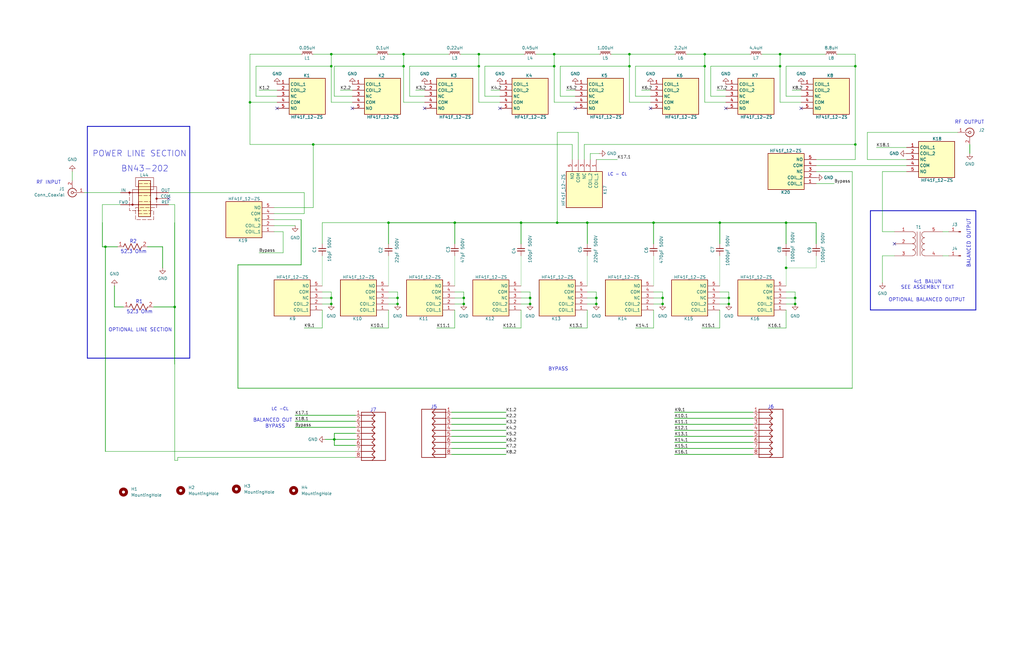
<source format=kicad_sch>
(kicad_sch (version 20250114) (generator "eeschema") (generator_version "9.0")
  (paper "B")
  (title_block (title "K9HZ 100W AUTO TUNER RF BOARD") (date "2026-01-28") (rev "2.0") (company "COPYRIGHT 2026 WJ Schmidt") (comment 1 "Designed by WJ Schmidt - K9HZ") (comment 2 "Kicad Schematic Capture and PCB Optimization JWilson - KC7VLO"))
  (text "RF INPUT" (at 15.24 76.2 0) (effects (font (size 1.48 1.48)) (justify left top)))
  (text "J6" (at 326.39 172.72 0) (effects (font (size 1.48 1.48)) (justify right bottom)))
  (text "LC - CL" (at 260.35 73.66 0) (effects (font (size 1.27 1.27))))
  (text "LC -CL" (at 118.11 172.72 0) (effects (font (size 1.27 1.27))))
  (text "BYPASS" (at 231.14 154.94 0) (effects (font (size 1.48 1.48)) (justify left top)))
  (text "BN43-202" (at 71.12 69.85 0) (effects (font (size 2.467 2.467)) (justify right top)))
  (text "52.3 Ohm" (at 50.8 105.41 0) (effects (font (size 1.48 1.48)) (justify left top)))
  (text "BALANCED OUT" (at 106.68 176.53 0) (effects (font (size 1.48 1.48)) (justify left top)))
  (text "BALANCED OUTPUT" (at 407.67 113.03 90) (effects (font (size 1.48 1.48)) (justify left top)))
  (text "OPTIONAL LINE SECTION" (at 45.72 138.43 0) (effects (font (size 1.48 1.48)) (justify left top)))
  (text "4:1 BALUN\nSEE ASSEMBLY TEXT" (at 391.16 118.11 0) (effects (font (size 1.48 1.48)) (justify top)))
  (text "POWER LINE SECTION" (at 78.74 63.5 0) (effects (font (size 2.467 2.467)) (justify right top)))
  (text "J7" (at 158.75 173.99 0) (effects (font (size 1.48 1.48)) (justify right bottom)))
  (text "BYPASS" (at 111.76 179.07 0) (effects (font (size 1.48 1.48)) (justify left top)))
  (text "R1" (at 57.15 128.27 0) (effects (font (size 1.48 1.48)) (justify left bottom)))
  (text "52.3 Ohm" (at 53.34 130.81 0) (effects (font (size 1.48 1.48)) (justify left top)))
  (text "R2" (at 54.61 102.87 0) (effects (font (size 1.48 1.48)) (justify left bottom)))
  (text "J5" (at 181.61 172.72 0) (effects (font (size 1.48 1.48)) (justify left bottom)))
  (text "RF OUTPUT" (at 402.59 50.8 0) (effects (font (size 1.48 1.48)) (justify left top)))
  (text "OPTIONAL BALANCED OUTPUT" (at 374.65 125.73 0) (effects (font (size 1.48 1.48)) (justify left top)))
  (junction (at 360.68 60.96))
  (junction (at 279.4 128.27))
  (junction (at 303.53 93.98))
  (junction (at 73.66 129.54))
  (junction (at 140.97 185.42))
  (junction (at 44.45 104.14))
  (junction (at 328.93 22.86))
  (junction (at 331.47 93.98))
  (junction (at 223.52 125.73))
  (junction (at 328.93 27.94))
  (junction (at 219.71 93.98))
  (junction (at 297.18 27.94))
  (junction (at 139.7 128.27))
  (junction (at 167.64 128.27))
  (junction (at 195.58 128.27))
  (junction (at 297.18 22.86))
  (junction (at 201.93 22.86))
  (junction (at 195.58 125.73))
  (junction (at 132.08 60.96))
  (junction (at 331.47 113.03))
  (junction (at 233.68 27.94))
  (junction (at 251.46 125.73))
  (junction (at 139.7 125.73))
  (junction (at 167.64 125.73))
  (junction (at 335.28 128.27))
  (junction (at 201.93 27.94))
  (junction (at 279.4 125.73))
  (junction (at 360.68 27.94))
  (junction (at 234.95 93.98))
  (junction (at 139.7 22.86))
  (junction (at 223.52 128.27))
  (junction (at 247.65 93.98))
  (junction (at 307.34 125.73))
  (junction (at 251.46 128.27))
  (junction (at 191.77 93.98))
  (junction (at 265.43 27.94))
  (junction (at 275.59 93.98))
  (junction (at 163.83 93.98))
  (junction (at 233.68 22.86))
  (junction (at 139.7 27.94))
  (junction (at 170.18 22.86))
  (junction (at 105.41 43.18))
  (junction (at 265.43 22.86))
  (junction (at 307.34 128.27))
  (junction (at 170.18 27.94))
  (junction (at 335.28 125.73))
  (no_connect (at 274.32 45.72))
  (no_connect (at 306.07 45.72))
  (no_connect (at 148.59 45.72))
  (no_connect (at 116.84 45.72))
  (no_connect (at 377.19 102.87))
  (no_connect (at 242.57 45.72))
  (no_connect (at 71.12 83.82))
  (no_connect (at 337.82 45.72))
  (no_connect (at 210.82 45.72))
  (no_connect (at 179.07 45.72))
  (wire (pts (xy 49.53 104.14) (xy 44.45 104.14)) (stroke (width 0.25)))
  (wire (pts (xy 328.93 27.94) (xy 328.93 43.18)))
  (wire (pts (xy 190.5 191.77) (xy 213.36 191.77)) (stroke (width 0.25)))
  (wire (pts (xy 132.08 60.96) (xy 241.3 60.96)))
  (wire (pts (xy 124.46 175.26) (xy 149.86 175.26)) (stroke (width 0.25)))
  (wire (pts (xy 135.89 123.19) (xy 139.7 123.19)))
  (polyline (pts (xy 411.48 130.81) (xy 367.03 130.81)) (stroke (width 0.333) (type solid)))
  (wire (pts (xy 163.83 130.81) (xy 163.83 138.43)))
  (wire (pts (xy 238.76 38.1) (xy 242.57 38.1)))
  (wire (pts (xy 331.47 130.81) (xy 331.47 138.43)))
  (wire (pts (xy 252.73 64.77) (xy 248.92 64.77)))
  (wire (pts (xy 107.95 40.64) (xy 116.84 40.64)))
  (wire (pts (xy 303.53 107.95) (xy 303.53 120.65)) (stroke (width 0.0127)))
  (wire (pts (xy 306.07 43.18) (xy 297.18 43.18)))
  (wire (pts (xy 135.89 102.87) (xy 135.89 93.98)))
  (wire (pts (xy 163.83 22.86) (xy 170.18 22.86)))
  (wire (pts (xy 360.68 27.94) (xy 360.68 60.96)))
  (polyline (pts (xy 411.48 88.9) (xy 411.48 130.81)) (stroke (width 0.333) (type solid)))
  (wire (pts (xy 191.77 128.27) (xy 195.58 128.27)))
  (wire (pts (xy 140.97 185.42) (xy 137.16 185.42)) (stroke (width 0.25)))
  (wire (pts (xy 307.34 125.73) (xy 307.34 128.27)))
  (wire (pts (xy 207.01 38.1) (xy 210.82 38.1)))
  (wire (pts (xy 190.5 186.69) (xy 213.36 186.69)) (stroke (width 0.25)))
  (wire (pts (xy 191.77 125.73) (xy 195.58 125.73)))
  (polyline (pts (xy 367.03 130.81) (xy 367.03 88.9)) (stroke (width 0.333) (type solid)))
  (wire (pts (xy 68.58 113.03) (xy 68.58 104.14)) (stroke (width 0.25)))
  (wire (pts (xy 251.46 123.19) (xy 251.46 125.73)))
  (wire (pts (xy 303.53 130.81) (xy 303.53 138.43)))
  (wire (pts (xy 303.53 102.87) (xy 303.53 93.98)) (stroke (width 0.25)))
  (wire (pts (xy 64.77 129.54) (xy 73.66 129.54)) (stroke (width 0.25)))
  (wire (pts (xy 275.59 123.19) (xy 279.4 123.19)))
  (wire (pts (xy 257.81 22.86) (xy 265.43 22.86)))
  (wire (pts (xy 344.17 69.85) (xy 382.27 69.85)))
  (wire (pts (xy 365.76 55.88) (xy 365.76 67.31)))
  (wire (pts (xy 331.47 113.03) (xy 331.47 120.65)) (stroke (width 0.0127)))
  (wire (pts (xy 247.65 130.81) (xy 247.65 138.43)))
  (wire (pts (xy 170.18 22.86) (xy 170.18 27.94)))
  (wire (pts (xy 344.17 102.87) (xy 344.17 93.98)) (stroke (width 0.25)))
  (wire (pts (xy 284.48 186.69) (xy 317.5 186.69)) (stroke (width 0.25)))
  (polyline (pts (xy 36.83 53.34) (xy 80.01 53.34)) (stroke (width 0.333) (type solid)))
  (wire (pts (xy 243.84 67.31) (xy 243.84 55.88)))
  (wire (pts (xy 191.77 93.98) (xy 163.83 93.98)) (stroke (width 0.25)))
  (wire (pts (xy 139.7 27.94) (xy 139.7 43.18)))
  (wire (pts (xy 191.77 130.81) (xy 191.77 138.43)))
  (wire (pts (xy 48.26 129.54) (xy 52.07 129.54)) (stroke (width 0.25)))
  (wire (pts (xy 242.57 40.64) (xy 236.22 40.64)))
  (wire (pts (xy 219.71 93.98) (xy 234.95 93.98)) (stroke (width 0.25)))
  (wire (pts (xy 135.89 128.27) (xy 139.7 128.27)))
  (wire (pts (xy 71.12 86.36) (xy 73.66 86.36)))
  (wire (pts (xy 223.52 123.19) (xy 223.52 125.73)))
  (wire (pts (xy 212.09 138.43) (xy 219.71 138.43)))
  (wire (pts (xy 179.07 40.64) (xy 172.72 40.64)))
  (wire (pts (xy 233.68 22.86) (xy 252.73 22.86)))
  (wire (pts (xy 344.17 113.03) (xy 331.47 113.03)) (stroke (width 0.0127)))
  (wire (pts (xy 295.91 138.43) (xy 303.53 138.43)))
  (wire (pts (xy 190.5 173.99) (xy 213.36 173.99)) (stroke (width 0.25)))
  (wire (pts (xy 210.82 43.18) (xy 201.93 43.18)))
  (wire (pts (xy 105.41 60.96) (xy 132.08 60.96)))
  (polyline (pts (xy 80.01 151.13) (xy 36.83 151.13)) (stroke (width 0.333) (type solid)))
  (wire (pts (xy 163.83 123.19) (xy 167.64 123.19)))
  (wire (pts (xy 219.71 125.73) (xy 223.52 125.73)))
  (wire (pts (xy 191.77 123.19) (xy 195.58 123.19)))
  (wire (pts (xy 149.86 185.42) (xy 140.97 185.42)) (stroke (width 0.25)))
  (wire (pts (xy 344.17 67.31) (xy 360.68 67.31)))
  (wire (pts (xy 297.18 22.86) (xy 297.18 27.94)))
  (wire (pts (xy 139.7 125.73) (xy 139.7 128.27)))
  (wire (pts (xy 128.27 81.28) (xy 128.27 90.17)))
  (wire (pts (xy 44.45 104.14) (xy 43.18 104.14)) (stroke (width 0.25)))
  (wire (pts (xy 331.47 128.27) (xy 335.28 128.27)))
  (wire (pts (xy 132.08 60.96) (xy 132.08 87.63)))
  (wire (pts (xy 48.26 120.65) (xy 48.26 129.54)) (stroke (width 0.25)))
  (wire (pts (xy 163.83 125.73) (xy 167.64 125.73)))
  (wire (pts (xy 43.18 93.98) (xy 43.18 104.14)) (stroke (width 0.25)))
  (wire (pts (xy 303.53 123.19) (xy 307.34 123.19)))
  (wire (pts (xy 275.59 125.73) (xy 279.4 125.73)))
  (wire (pts (xy 195.58 125.73) (xy 195.58 128.27)))
  (wire (pts (xy 242.57 43.18) (xy 233.68 43.18)))
  (wire (pts (xy 243.84 55.88) (xy 234.95 55.88)))
  (wire (pts (xy 377.19 107.95) (xy 372.11 107.95)))
  (wire (pts (xy 100.33 163.83) (xy 100.33 111.76)) (stroke (width 0.25)))
  (wire (pts (xy 297.18 22.86) (xy 316.23 22.86)))
  (wire (pts (xy 275.59 107.95) (xy 275.59 120.65)) (stroke (width 0.0127)))
  (wire (pts (xy 184.15 138.43) (xy 191.77 138.43)))
  (wire (pts (xy 190.5 179.07) (xy 213.36 179.07)) (stroke (width 0.25)))
  (wire (pts (xy 236.22 27.94) (xy 265.43 27.94)))
  (wire (pts (xy 274.32 40.64) (xy 267.97 40.64)))
  (wire (pts (xy 128.27 138.43) (xy 135.89 138.43)))
  (wire (pts (xy 105.41 43.18) (xy 105.41 22.86)))
  (wire (pts (xy 284.48 189.23) (xy 317.5 189.23)) (stroke (width 0.25)))
  (wire (pts (xy 289.56 22.86) (xy 297.18 22.86)))
  (wire (pts (xy 331.47 27.94) (xy 360.68 27.94)))
  (polyline (pts (xy 36.83 151.13) (xy 36.83 53.34)) (stroke (width 0.333) (type solid)))
  (wire (pts (xy 127 111.76) (xy 127 92.71)) (stroke (width 0.25)))
  (wire (pts (xy 275.59 130.81) (xy 275.59 138.43)))
  (wire (pts (xy 116.84 43.18) (xy 105.41 43.18)))
  (wire (pts (xy 246.38 60.96) (xy 360.68 60.96)))
  (wire (pts (xy 156.21 138.43) (xy 163.83 138.43)))
  (wire (pts (xy 219.71 93.98) (xy 191.77 93.98)) (stroke (width 0.25)))
  (wire (pts (xy 219.71 107.95) (xy 219.71 120.65)) (stroke (width 0.0127)))
  (wire (pts (xy 73.66 129.54) (xy 73.66 153.67)) (stroke (width 0.25)))
  (wire (pts (xy 219.71 128.27) (xy 223.52 128.27)))
  (wire (pts (xy 267.97 27.94) (xy 267.97 40.64)))
  (wire (pts (xy 274.32 43.18) (xy 265.43 43.18)))
  (wire (pts (xy 359.41 72.39) (xy 359.41 163.83)))
  (wire (pts (xy 201.93 27.94) (xy 201.93 43.18)))
  (wire (pts (xy 251.46 67.31) (xy 260.35 67.31)))
  (wire (pts (xy 124.46 180.34) (xy 149.86 180.34)) (stroke (width 0.25)))
  (wire (pts (xy 201.93 22.86) (xy 201.93 27.94)))
  (wire (pts (xy 369.57 62.23) (xy 382.27 62.23)))
  (wire (pts (xy 191.77 102.87) (xy 191.77 93.98)) (stroke (width 0.25)))
  (wire (pts (xy 233.68 27.94) (xy 233.68 43.18)))
  (wire (pts (xy 124.46 177.8) (xy 149.86 177.8)) (stroke (width 0.25)))
  (wire (pts (xy 251.46 125.73) (xy 251.46 128.27)))
  (wire (pts (xy 71.12 81.28) (xy 128.27 81.28)))
  (wire (pts (xy 241.3 67.31) (xy 241.3 60.96)))
  (wire (pts (xy 190.5 189.23) (xy 213.36 189.23)) (stroke (width 0.25)))
  (wire (pts (xy 265.43 27.94) (xy 265.43 43.18)))
  (wire (pts (xy 128.27 90.17) (xy 115.57 90.17)))
  (wire (pts (xy 115.57 97.79) (xy 119.38 97.79)))
  (wire (pts (xy 140.97 40.64) (xy 140.97 27.94)))
  (wire (pts (xy 408.94 64.77) (xy 408.94 60.96)) (stroke (width 0.25)))
  (wire (pts (xy 219.71 102.87) (xy 219.71 93.98)) (stroke (width 0.25)))
  (wire (pts (xy 299.72 27.94) (xy 299.72 40.64)))
  (wire (pts (xy 344.17 107.95) (xy 344.17 113.03)) (stroke (width 0.0127)))
  (wire (pts (xy 204.47 27.94) (xy 204.47 40.64)))
  (wire (pts (xy 226.06 22.86) (xy 233.68 22.86)))
  (wire (pts (xy 334.01 38.1) (xy 337.82 38.1)))
  (wire (pts (xy 246.38 67.31) (xy 246.38 60.96)))
  (wire (pts (xy 195.58 123.19) (xy 195.58 125.73)))
  (wire (pts (xy 321.31 22.86) (xy 328.93 22.86)))
  (wire (pts (xy 50.8 86.36) (xy 43.18 86.36)))
  (wire (pts (xy 172.72 27.94) (xy 201.93 27.94)))
  (wire (pts (xy 148.59 43.18) (xy 139.7 43.18)))
  (wire (pts (xy 149.86 182.88) (xy 140.97 182.88)) (stroke (width 0.25)))
  (wire (pts (xy 170.18 27.94) (xy 170.18 43.18)))
  (wire (pts (xy 302.26 38.1) (xy 306.07 38.1)))
  (wire (pts (xy 163.83 107.95) (xy 163.83 120.65)) (stroke (width 0.0127)))
  (wire (pts (xy 284.48 184.15) (xy 317.5 184.15)) (stroke (width 0.25)))
  (wire (pts (xy 219.71 130.81) (xy 219.71 138.43)))
  (wire (pts (xy 279.4 125.73) (xy 279.4 128.27)))
  (wire (pts (xy 105.41 43.18) (xy 105.41 60.96)))
  (wire (pts (xy 148.59 40.64) (xy 140.97 40.64)))
  (wire (pts (xy 247.65 107.95) (xy 247.65 120.65)) (stroke (width 0.0127)))
  (wire (pts (xy 119.38 97.79) (xy 119.38 106.68)))
  (wire (pts (xy 372.11 97.79) (xy 372.11 72.39)))
  (wire (pts (xy 234.95 93.98) (xy 247.65 93.98)))
  (wire (pts (xy 303.53 93.98) (xy 275.59 93.98)) (stroke (width 0.25)))
  (wire (pts (xy 139.7 22.86) (xy 158.75 22.86)))
  (wire (pts (xy 105.41 22.86) (xy 127 22.86)))
  (wire (pts (xy 132.08 87.63) (xy 115.57 87.63)))
  (wire (pts (xy 167.64 125.73) (xy 167.64 128.27)))
  (wire (pts (xy 403.86 55.88) (xy 365.76 55.88)))
  (wire (pts (xy 284.48 179.07) (xy 317.5 179.07)) (stroke (width 0.25)))
  (wire (pts (xy 234.95 93.98) (xy 247.65 93.98)) (stroke (width 0.25)))
  (wire (pts (xy 247.65 125.73) (xy 251.46 125.73)))
  (wire (pts (xy 284.48 173.99) (xy 317.5 173.99)) (stroke (width 0.25)))
  (wire (pts (xy 175.26 38.1) (xy 179.07 38.1)))
  (wire (pts (xy 30.48 72.39) (xy 30.48 76.2)))
  (wire (pts (xy 170.18 22.86) (xy 189.23 22.86)))
  (wire (pts (xy 68.58 104.14) (xy 62.23 104.14)) (stroke (width 0.25)))
  (wire (pts (xy 265.43 22.86) (xy 265.43 27.94)))
  (wire (pts (xy 219.71 123.19) (xy 223.52 123.19)))
  (wire (pts (xy 179.07 43.18) (xy 170.18 43.18)))
  (wire (pts (xy 365.76 67.31) (xy 382.27 67.31)))
  (wire (pts (xy 139.7 22.86) (xy 139.7 27.94)))
  (wire (pts (xy 331.47 123.19) (xy 335.28 123.19)))
  (wire (pts (xy 299.72 27.94) (xy 328.93 27.94)))
  (wire (pts (xy 267.97 27.94) (xy 297.18 27.94)))
  (wire (pts (xy 107.95 40.64) (xy 107.95 27.94)))
  (wire (pts (xy 135.89 107.95) (xy 135.89 120.65)) (stroke (width 0.0013)))
  (wire (pts (xy 107.95 27.94) (xy 139.7 27.94)))
  (wire (pts (xy 44.45 190.5) (xy 149.86 190.5)))
  (wire (pts (xy 139.7 123.19) (xy 139.7 125.73)))
  (wire (pts (xy 331.47 107.95) (xy 331.47 113.03)) (stroke (width 0.0127)))
  (wire (pts (xy 247.65 128.27) (xy 251.46 128.27)))
  (wire (pts (xy 191.77 107.95) (xy 191.77 120.65)) (stroke (width 0.0127)))
  (wire (pts (xy 307.34 123.19) (xy 307.34 125.73)))
  (wire (pts (xy 236.22 27.94) (xy 236.22 40.64)))
  (wire (pts (xy 344.17 93.98) (xy 331.47 93.98)) (stroke (width 0.25)))
  (wire (pts (xy 328.93 22.86) (xy 347.98 22.86)))
  (wire (pts (xy 135.89 125.73) (xy 139.7 125.73)))
  (wire (pts (xy 115.57 92.71) (xy 127 92.71)))
  (wire (pts (xy 372.11 72.39) (xy 382.27 72.39)))
  (wire (pts (xy 344.17 72.39) (xy 359.41 72.39)))
  (wire (pts (xy 140.97 182.88) (xy 140.97 185.42)) (stroke (width 0.25)))
  (wire (pts (xy 163.83 128.27) (xy 167.64 128.27)))
  (wire (pts (xy 331.47 102.87) (xy 331.47 93.98)) (stroke (width 0.25)))
  (wire (pts (xy 204.47 27.94) (xy 233.68 27.94)))
  (wire (pts (xy 109.22 106.68) (xy 119.38 106.68)))
  (wire (pts (xy 331.47 93.98) (xy 303.53 93.98)) (stroke (width 0.25)))
  (wire (pts (xy 74.93 194.31) (xy 73.66 194.31)))
  (wire (pts (xy 43.18 86.36) (xy 43.18 93.98)))
  (wire (pts (xy 323.85 138.43) (xy 331.47 138.43)))
  (polyline (pts (xy 80.01 53.34) (xy 80.01 151.13)) (stroke (width 0.333) (type solid)))
  (wire (pts (xy 109.22 38.1) (xy 116.84 38.1)))
  (wire (pts (xy 163.83 102.87) (xy 163.83 93.98)) (stroke (width 0.25)))
  (wire (pts (xy 335.28 123.19) (xy 335.28 125.73)))
  (wire (pts (xy 140.97 27.94) (xy 170.18 27.94)))
  (wire (pts (xy 210.82 40.64) (xy 204.47 40.64)))
  (wire (pts (xy 247.65 93.98) (xy 275.59 93.98)) (stroke (width 0.25)))
  (wire (pts (xy 240.03 138.43) (xy 247.65 138.43)))
  (wire (pts (xy 190.5 181.61) (xy 213.36 181.61)) (stroke (width 0.25)))
  (wire (pts (xy 149.86 187.96) (xy 140.97 187.96)) (stroke (width 0.25)))
  (wire (pts (xy 306.07 40.64) (xy 299.72 40.64)))
  (wire (pts (xy 223.52 125.73) (xy 223.52 128.27)))
  (wire (pts (xy 360.68 60.96) (xy 360.68 67.31)))
  (wire (pts (xy 35.56 81.28) (xy 50.8 81.28)))
  (wire (pts (xy 372.11 107.95) (xy 372.11 119.38)))
  (wire (pts (xy 190.5 176.53) (xy 213.36 176.53)) (stroke (width 0.25)))
  (wire (pts (xy 73.66 93.98) (xy 73.66 129.54)) (stroke (width 0.25)))
  (wire (pts (xy 73.66 194.31) (xy 73.66 153.67)))
  (wire (pts (xy 149.86 193.04) (xy 74.93 193.04)))
  (wire (pts (xy 234.95 55.88) (xy 234.95 93.98)))
  (wire (pts (xy 73.66 86.36) (xy 73.66 93.98)))
  (wire (pts (xy 44.45 104.14) (xy 44.45 190.5)) (stroke (width 0.25)))
  (wire (pts (xy 279.4 123.19) (xy 279.4 125.73)))
  (wire (pts (xy 331.47 125.73) (xy 335.28 125.73)))
  (wire (pts (xy 337.82 40.64) (xy 331.47 40.64)))
  (wire (pts (xy 143.51 38.1) (xy 148.59 38.1)))
  (wire (pts (xy 303.53 128.27) (xy 307.34 128.27)))
  (wire (pts (xy 377.19 97.79) (xy 372.11 97.79)))
  (polyline (pts (xy 367.03 88.9) (xy 411.48 88.9)) (stroke (width 0.333) (type solid)))
  (wire (pts (xy 172.72 27.94) (xy 172.72 40.64)))
  (wire (pts (xy 248.92 64.77) (xy 248.92 67.31)))
  (wire (pts (xy 360.68 22.86) (xy 360.68 27.94)))
  (wire (pts (xy 100.33 111.76) (xy 127 111.76)) (stroke (width 0.25)))
  (wire (pts (xy 140.97 187.96) (xy 140.97 185.42)) (stroke (width 0.25)))
  (wire (pts (xy 132.08 22.86) (xy 139.7 22.86)))
  (wire (pts (xy 247.65 123.19) (xy 251.46 123.19)))
  (wire (pts (xy 270.51 38.1) (xy 274.32 38.1)))
  (wire (pts (xy 353.06 22.86) (xy 360.68 22.86)))
  (wire (pts (xy 284.48 181.61) (xy 317.5 181.61)) (stroke (width 0.25)))
  (wire (pts (xy 284.48 191.77) (xy 317.5 191.77)) (stroke (width 0.25)))
  (wire (pts (xy 135.89 93.98) (xy 163.83 93.98)))
  (wire (pts (xy 201.93 22.86) (xy 220.98 22.86)))
  (wire (pts (xy 344.17 77.47) (xy 351.79 77.47)))
  (wire (pts (xy 284.48 176.53) (xy 317.5 176.53)) (stroke (width 0.25)))
  (wire (pts (xy 328.93 22.86) (xy 328.93 27.94)))
  (wire (pts (xy 331.47 40.64) (xy 331.47 27.94)))
  (wire (pts (xy 115.57 95.25) (xy 124.46 95.25)))
  (wire (pts (xy 397.51 97.79) (xy 400.05 97.79)))
  (wire (pts (xy 337.82 43.18) (xy 328.93 43.18)))
  (wire (pts (xy 267.97 138.43) (xy 275.59 138.43)))
  (wire (pts (xy 275.59 128.27) (xy 279.4 128.27)))
  (wire (pts (xy 233.68 22.86) (xy 233.68 27.94)))
  (wire (pts (xy 297.18 27.94) (xy 297.18 43.18)))
  (wire (pts (xy 335.28 125.73) (xy 335.28 128.27)))
  (wire (pts (xy 194.31 22.86) (xy 201.93 22.86)))
  (wire (pts (xy 247.65 102.87) (xy 247.65 93.98)) (stroke (width 0.25)))
  (wire (pts (xy 397.51 107.95) (xy 400.05 107.95)))
  (wire (pts (xy 167.64 123.19) (xy 167.64 125.73)))
  (wire (pts (xy 275.59 102.87) (xy 275.59 93.98)) (stroke (width 0.25)))
  (wire (pts (xy 265.43 22.86) (xy 284.48 22.86)))
  (wire (pts (xy 74.93 194.31) (xy 74.93 193.04)))
  (wire (pts (xy 190.5 184.15) (xy 213.36 184.15)) (stroke (width 0.25)))
  (wire (pts (xy 303.53 125.73) (xy 307.34 125.73)))
  (wire (pts (xy 135.89 130.81) (xy 135.89 138.43)))
  (wire (pts (xy 100.33 163.83) (xy 359.41 163.83)) (stroke (width 0.25)))
  (label "K3.2" (at 175.26 38.1 0))
  (label "K18.1" (at 369.57 62.23 0))
  (label "Bypass" (at 351.79 77.47 0))
  (label "K16.1" (at 284.48 191.77 0))
  (label "K9.1" (at 284.48 173.99 0))
  (label "K2.2" (at 213.36 176.53 0))
  (label "K1.2" (at 213.36 173.99 0))
  (label "K14.1" (at 267.97 138.43 0))
  (label "K17.1" (at 124.46 175.26 0))
  (label "K17.1" (at 260.35 67.31 0))
  (label "Bypass" (at 109.22 106.68 0))
  (label "K8.2" (at 213.36 191.77 0))
  (label "K14.1" (at 284.48 186.69 0))
  (label "K15.1" (at 284.48 189.23 0))
  (label "K16.1" (at 323.85 138.43 0))
  (label "K13.1" (at 240.03 138.43 0))
  (label "K7.2" (at 213.36 189.23 0))
  (label "K2.2" (at 143.51 38.1 0))
  (label "K4.2" (at 213.36 181.61 0))
  (label "K4.2" (at 207.01 38.1 0))
  (label "K18.1" (at 124.46 177.8 0))
  (label "K8.2" (at 334.01 38.1 0))
  (label "K7.2" (at 302.26 38.1 0))
  (label "K9.1" (at 128.27 138.43 0))
  (label "K1.2" (at 109.22 38.1 0))
  (label "K11.1" (at 284.48 179.07 0))
  (label "Bypass" (at 124.46 180.34 0))
  (label "K12.1" (at 284.48 181.61 0))
  (label "K15.1" (at 295.91 138.43 0))
  (label "K13.1" (at 284.48 184.15 0))
  (label "K11.1" (at 184.15 138.43 0))
  (label "K10.1" (at 284.48 176.53 0))
  (label "K12.1" (at 212.09 138.43 0))
  (label "K6.2" (at 213.36 186.69 0))
  (label "K10.1" (at 156.21 138.43 0))
  (label "K5.2" (at 213.36 184.15 0))
  (label "K3.2" (at 213.36 179.07 0))
  (label "K6.2" (at 270.51 38.1 0))
  (label "K5.2" (at 238.76 38.1 0))
  (symbol (lib_id "power:GND") (at 382.27 64.77 270) (unit 1)
    (property "Reference" "#PWR021" (effects (hide yes)))
    (property "Value" "GND" (at 379.095 64.7699 90) (effects (justify right)))
    (property "Description" "Power symbol creates a global label with name \"GND\" , ground" (effects (hide yes)))
  )
  (symbol (lib_id "Device:C_Small") (at 331.47 105.41 0) (unit 1)
    (property "Reference" "C8" (at 328.676 106.68 90) (effects (justify left)))
    (property "Value" "1000pF 500V" (at 334.264 110.744 90) (effects (justify left)))
    (property "Footprint" "Capacitor_SMD:C_2220_5750Metric_Pad1.97x5.40mm_HandSolder" (effects (hide yes)))
    (property "Description" "Unpolarized capacitor, small symbol" (effects (hide yes)))
  )
  (symbol (lib_id "HF41F_12-ZS:HF41F_12-ZS") (at 210.82 35.56 0) (unit 1)
    (property "Reference" "K4" (at 221.742 31.877 0) (effects (justify left)))
    (property "Value" "HF41F_12-ZS" (at 216.916 49.403 0) (effects (justify left)))
    (property "Footprint" "LIB_HF41F_12-ZS:HF41F12ZS" (effects (hide yes)))
    (property "Datasheet" "https://www.arrow.com/en/products/hf41f12-zs/hongfa-europe-gmbh" (effects (hide yes)))
    (property "Description" "Submin. Power Relay SPDT 6A 12V 848R" (effects (hide yes)))
    (property "Height" "15" (effects (hide yes)))
    (property "Manufacturer_Name" "Hongfa" (effects (hide yes)))
    (property "Manufacturer_Part_Number" "HF41F/12-ZS" (effects (hide yes)))
  )
  (symbol (lib_id "power:GND") (at 335.28 128.27 0) (unit 1)
    (property "Reference" "#PWR020" (effects (hide yes)))
    (property "Value" "GND" (at 335.28 133.35 0))
    (property "Description" "Power symbol creates a global label with name \"GND\" , ground" (effects (hide yes)))
  )
  (symbol (lib_id "Connector:Conn_Coaxial") (at 408.94 55.88 0) (unit 1)
    (property "Reference" "J2" (at 412.75 54.9031 0) (effects (justify left)))
    (property "Value" "Conn_Coaxial" (effects (hide yes)))
    (property "Footprint" "Connector_Coaxial:SMA_Amphenol_901-144_Vertical" (effects (hide yes)))
    (property "Description" "coaxial connector (BNC, SMA, SMB, SMC, Cinch/RCA, LEMO, ...)" (effects (hide yes)))
  )
  (symbol (lib_id "power:GND") (at 167.64 128.27 0) (unit 1)
    (property "Reference" "#PWR014" (effects (hide yes)))
    (property "Value" "GND" (at 167.64 133.35 0))
    (property "Description" "Power symbol creates a global label with name \"GND\" , ground" (effects (hide yes)))
  )
  (symbol (lib_id "K9HZ_RF_Board-eagle-import:1986717-8") (at 182.88 182.88 0) (unit 1)
    (property "Reference" "J5" (effects (hide yes)))
    (property "Value" "1986717-8" (effects (hide yes)))
    (property "Footprint" "Connector_PinSocket_2.54mm:PinSocket_1x08_P2.54mm_Vertical" (effects (hide yes)))
  )
  (symbol (lib_id "power:GND") (at 68.58 113.03 0) (unit 1)
    (property "Reference" "#PWR027" (effects (hide yes)))
    (property "Value" "GND" (at 68.58 117.475 0))
    (property "Description" "Power symbol creates a global label with name \"GND\" , ground" (effects (hide yes)))
  )
  (symbol (lib_id "power:GND") (at 408.94 64.77 0) (unit 1)
    (property "Reference" "#PWR025" (effects (hide yes)))
    (property "Value" "GND" (at 408.94 69.215 0))
    (property "Description" "Power symbol creates a global label with name \"GND\" , ground" (effects (hide yes)))
  )
  (symbol (lib_id "HF41F_12-ZS:HF41F_12-ZS") (at 191.77 130.81 180) (unit 1)
    (property "Reference" "K11" (at 180.594 134.493 0) (effects (justify left)))
    (property "Value" "HF41F_12-ZS" (at 185.928 116.967 0) (effects (justify left)))
    (property "Footprint" "LIB_HF41F_12-ZS:HF41F12ZS" (effects (hide yes)))
    (property "Datasheet" "https://www.arrow.com/en/products/hf41f12-zs/hongfa-europe-gmbh" (effects (hide yes)))
    (property "Description" "Submin. Power Relay SPDT 6A 12V 848R" (effects (hide yes)))
    (property "Height" "15" (effects (hide yes)))
    (property "Manufacturer_Name" "Hongfa" (effects (hide yes)))
    (property "Manufacturer_Part_Number" "HF41F/12-ZS" (effects (hide yes)))
  )
  (symbol (lib_id "power:GND") (at 179.07 35.56 180) (unit 1)
    (property "Reference" "#PWR03" (effects (hide yes)))
    (property "Value" "GND" (at 179.07 31.115 0))
    (property "Description" "Power symbol creates a global label with name \"GND\" , ground" (effects (hide yes)))
  )
  (symbol (lib_id "K9HZ_RF_Board-eagle-import:RES_1206") (at 58.42 129.54 0) (unit 1)
    (property "Reference" "R1" (effects (hide yes)))
    (property "Value" "52.3 Ohm" (effects (hide yes)))
    (property "Footprint" "Resistor_SMD:R_1206_3216Metric_Pad1.30x1.75mm_HandSolder" (effects (hide yes)))
  )
  (symbol (lib_id "Mechanical:MountingHole") (at 76.2 207.01 0) (unit 1) (in_bom no)
    (property "Reference" "H2" (at 79.375 205.7399 0) (effects (justify left)))
    (property "Value" "MountingHole" (at 79.375 208.2799 0) (effects (justify left)))
    (property "Footprint" "MountingHole:MountingHole_3.2mm_M3" (effects (hide yes)))
    (property "Description" "Mounting Hole without connection" (effects (hide yes)))
  )
  (symbol (lib_id "Device:L_Iron_Small") (at 223.52 22.86 90) (unit 1)
    (property "Reference" "L4" (at 223.52 24.511 90))
    (property "Value" "0.45uH" (at 223.52 20.193 90))
    (property "Footprint" "Inductor_THT:L_Toroid_Vertical_L17.8mm_W8.1mm_P7.62mm_Bourns_5700" (effects (hide yes)))
    (property "Description" "Inductor with iron core, small symbol" (effects (hide yes)))
  )
  (symbol (lib_id "Device:L_Iron_Small") (at 350.52 22.86 90) (unit 1)
    (property "Reference" "L8" (at 350.52 24.511 90))
    (property "Value" "8.8uH" (at 350.52 20.193 90))
    (property "Footprint" "Coils:DoubleCoil" (effects (hide yes)))
    (property "Description" "Inductor with iron core, small symbol" (effects (hide yes)))
  )
  (symbol (lib_id "Device:C_Small") (at 344.17 105.41 0) (unit 1)
    (property "Reference" "C9" (at 341.376 106.934 90) (effects (justify left)))
    (property "Value" "1000pF 500V" (at 346.964 110.998 90) (effects (justify left)))
    (property "Footprint" "Capacitor_SMD:C_2220_5750Metric_Pad1.97x5.40mm_HandSolder" (effects (hide yes)))
    (property "Description" "Unpolarized capacitor, small symbol" (effects (hide yes)))
  )
  (symbol (lib_id "Connector:Conn_Coaxial") (at 30.48 81.28 180) (unit 1)
    (property "Reference" "J1" (at 27.305 79.7167 0) (effects (justify left)))
    (property "Value" "Conn_Coaxial" (at 27.305 82.2567 0) (effects (justify left)))
    (property "Footprint" "Connector_Coaxial:SMA_Amphenol_901-144_Vertical" (effects (hide yes)))
    (property "Description" "coaxial connector (BNC, SMA, SMB, SMC, Cinch/RCA, LEMO, ...)" (effects (hide yes)))
  )
  (symbol (lib_id "K9HZ_RF_Board-eagle-import:1986717-8_8") (at 157.48 184.15 0) (unit 1)
    (property "Reference" "J7" (effects (hide yes)))
    (property "Value" "1986717-8_8" (effects (hide yes)))
    (property "Footprint" "Connector_PinSocket_2.54mm:PinSocket_1x08_P2.54mm_Vertical" (effects (hide yes)))
  )
  (symbol (lib_id "Device:C_Small") (at 275.59 105.41 0) (unit 1)
    (property "Reference" "C6" (at 272.542 106.934 90) (effects (justify left)))
    (property "Value" "470pF 500V" (at 278.892 111.252 90) (effects (justify left)))
    (property "Footprint" "Capacitor_SMD:C_1812_4532Metric_Pad1.57x3.40mm_HandSolder" (effects (hide yes)))
    (property "Description" "Unpolarized capacitor, small symbol" (effects (hide yes)))
  )
  (symbol (lib_id "Mechanical:MountingHole") (at 123.825 207.01 0) (unit 1) (in_bom no)
    (property "Reference" "H4" (at 127 205.7399 0) (effects (justify left)))
    (property "Value" "MountingHole" (at 127 208.2799 0) (effects (justify left)))
    (property "Footprint" "MountingHole:MountingHole_3.2mm_M3" (effects (hide yes)))
    (property "Description" "Mounting Hole without connection" (effects (hide yes)))
  )
  (symbol (lib_id "power:GND") (at 337.82 35.56 180) (unit 1)
    (property "Reference" "#PWR08" (effects (hide yes)))
    (property "Value" "GND" (at 337.82 31.115 0))
    (property "Description" "Power symbol creates a global label with name \"GND\" , ground" (effects (hide yes)))
  )
  (symbol (lib_id "Device:L_Iron_Small") (at 161.29 22.86 90) (unit 1)
    (property "Reference" "L2" (at 161.29 24.511 90))
    (property "Value" "0.1uH" (at 161.29 20.193 90))
    (property "Footprint" "Coils:L2" (effects (hide yes)))
    (property "Description" "Inductor with iron core, small symbol" (effects (hide yes)))
  )
  (symbol (lib_id "HF41F_12-ZS:HF41F_12-ZS") (at 148.59 35.56 0) (unit 1)
    (property "Reference" "K2" (at 159.512 31.877 0) (effects (justify left)))
    (property "Value" "HF41F_12-ZS" (at 154.686 49.403 0) (effects (justify left)))
    (property "Footprint" "LIB_HF41F_12-ZS:HF41F12ZS" (effects (hide yes)))
    (property "Datasheet" "https://www.arrow.com/en/products/hf41f12-zs/hongfa-europe-gmbh" (effects (hide yes)))
    (property "Description" "Submin. Power Relay SPDT 6A 12V 848R" (effects (hide yes)))
    (property "Height" "15" (effects (hide yes)))
    (property "Manufacturer_Name" "Hongfa" (effects (hide yes)))
    (property "Manufacturer_Part_Number" "HF41F/12-ZS" (effects (hide yes)))
  )
  (symbol (lib_id "power:GND") (at 124.46 95.25 0) (unit 1)
    (property "Reference" "#PWR010" (effects (hide yes)))
    (property "Value" "GND" (at 124.46 100.33 0))
    (property "Description" "Power symbol creates a global label with name \"GND\" , ground" (effects (hide yes)))
  )
  (symbol (lib_id "power:GND") (at 148.59 35.56 180) (unit 1)
    (property "Reference" "#PWR02" (effects (hide yes)))
    (property "Value" "GND" (at 148.59 31.115 0))
    (property "Description" "Power symbol creates a global label with name \"GND\" , ground" (effects (hide yes)))
  )
  (symbol (lib_id "power:GND") (at 48.26 120.65 180) (unit 1)
    (property "Reference" "#PWR028" (effects (hide yes)))
    (property "Value" "GND" (at 48.26 115.57 0))
    (property "Description" "Power symbol creates a global label with name \"GND\" , ground" (effects (hide yes)))
  )
  (symbol (lib_id "Device:L_Iron_Small") (at 255.27 22.86 90) (unit 1)
    (property "Reference" "L5" (at 255.27 24.511 90))
    (property "Value" "1.00uH" (at 255.27 20.193 90))
    (property "Footprint" "Inductor_THT:L_Toroid_Vertical_L17.8mm_W8.1mm_P7.62mm_Bourns_5700" (effects (hide yes)))
    (property "Description" "Inductor with iron core, small symbol" (effects (hide yes)))
  )
  (symbol (lib_id "Connector:Conn_01x01_Pin") (at 405.13 107.95 180) (unit 1)
    (property "Reference" "J4" (at 402.59 104.902 0))
    (property "Value" "Conn_01x01_Pin" (effects (hide yes)))
    (property "Footprint" "Connector_Wire:SolderWire-0.1sqmm_1x01_D0.4mm_OD1mm" (effects (hide yes)))
    (property "Description" "Generic connector, single row, 01x01, script generated" (effects (hide yes)))
  )
  (symbol (lib_id "power:GND") (at 252.73 64.77 90) (unit 1)
    (property "Reference" "#PWR09" (effects (hide yes)))
    (property "Value" "GND" (at 255.905 64.7699 90) (effects (justify right)))
    (property "Description" "Power symbol creates a global label with name \"GND\" , ground" (effects (hide yes)))
  )
  (symbol (lib_id "HF41F_12-ZS:HF41F_12-ZS") (at 247.65 130.81 180) (unit 1)
    (property "Reference" "K13" (at 236.474 134.493 0) (effects (justify left)))
    (property "Value" "HF41F_12-ZS" (at 241.808 116.967 0) (effects (justify left)))
    (property "Footprint" "LIB_HF41F_12-ZS:HF41F12ZS" (effects (hide yes)))
    (property "Datasheet" "https://www.arrow.com/en/products/hf41f12-zs/hongfa-europe-gmbh" (effects (hide yes)))
    (property "Description" "Submin. Power Relay SPDT 6A 12V 848R" (effects (hide yes)))
    (property "Height" "15" (effects (hide yes)))
    (property "Manufacturer_Name" "Hongfa" (effects (hide yes)))
    (property "Manufacturer_Part_Number" "HF41F/12-ZS" (effects (hide yes)))
  )
  (symbol (lib_id "power:GND") (at 306.07 35.56 180) (unit 1)
    (property "Reference" "#PWR07" (effects (hide yes)))
    (property "Value" "GND" (at 306.07 31.115 0))
    (property "Description" "Power symbol creates a global label with name \"GND\" , ground" (effects (hide yes)))
  )
  (symbol (lib_id "Device:C_Small") (at 191.77 105.41 0) (unit 1)
    (property "Reference" "C3" (at 188.976 106.68 90) (effects (justify left)))
    (property "Value" "47pF 500V" (at 195.072 110.998 90) (effects (justify left)))
    (property "Footprint" "Capacitor_SMD:C_1210_3225Metric_Pad1.33x2.70mm_HandSolder" (effects (hide yes)))
    (property "Description" "Unpolarized capacitor, small symbol" (effects (hide yes)))
  )
  (symbol (lib_id "power:GND") (at 223.52 128.27 0) (unit 1)
    (property "Reference" "#PWR016" (effects (hide yes)))
    (property "Value" "GND" (at 223.52 133.35 0))
    (property "Description" "Power symbol creates a global label with name \"GND\" , ground" (effects (hide yes)))
  )
  (symbol (lib_id "HF41F_12-ZS:HF41F_12-ZS") (at 116.84 35.56 0) (unit 1)
    (property "Reference" "K1" (at 128.016 31.877 0) (effects (justify left)))
    (property "Value" "HF41F_12-ZS" (at 122.682 49.403 0) (effects (justify left)))
    (property "Footprint" "LIB_HF41F_12-ZS:HF41F12ZS" (effects (hide yes)))
    (property "Datasheet" "https://www.arrow.com/en/products/hf41f12-zs/hongfa-europe-gmbh" (effects (hide yes)))
    (property "Description" "Submin. Power Relay SPDT 6A 12V 848R" (effects (hide yes)))
    (property "Height" "15" (effects (hide yes)))
    (property "Manufacturer_Name" "Hongfa" (effects (hide yes)))
    (property "Manufacturer_Part_Number" "HF41F/12-ZS" (effects (hide yes)))
  )
  (symbol (lib_id "HF41F_12-ZS:HF41F_12-ZS") (at 275.59 130.81 180) (unit 1)
    (property "Reference" "K14" (at 264.414 134.493 0) (effects (justify left)))
    (property "Value" "HF41F_12-ZS" (at 269.748 116.967 0) (effects (justify left)))
    (property "Footprint" "LIB_HF41F_12-ZS:HF41F12ZS" (effects (hide yes)))
    (property "Datasheet" "https://www.arrow.com/en/products/hf41f12-zs/hongfa-europe-gmbh" (effects (hide yes)))
    (property "Description" "Submin. Power Relay SPDT 6A 12V 848R" (effects (hide yes)))
    (property "Height" "15" (effects (hide yes)))
    (property "Manufacturer_Name" "Hongfa" (effects (hide yes)))
    (property "Manufacturer_Part_Number" "HF41F/12-ZS" (effects (hide yes)))
  )
  (symbol (lib_id "HF41F_12-ZS:HF41F_12-ZS") (at 331.47 130.81 180) (unit 1)
    (property "Reference" "K16" (at 320.294 134.493 0) (effects (justify left)))
    (property "Value" "HF41F_12-ZS" (at 325.628 116.967 0) (effects (justify left)))
    (property "Footprint" "LIB_HF41F_12-ZS:HF41F12ZS" (effects (hide yes)))
    (property "Datasheet" "https://www.arrow.com/en/products/hf41f12-zs/hongfa-europe-gmbh" (effects (hide yes)))
    (property "Description" "Submin. Power Relay SPDT 6A 12V 848R" (effects (hide yes)))
    (property "Height" "15" (effects (hide yes)))
    (property "Manufacturer_Name" "Hongfa" (effects (hide yes)))
    (property "Manufacturer_Part_Number" "HF41F/12-ZS" (effects (hide yes)))
  )
  (symbol (lib_id "power:GND") (at 139.7 128.27 0) (unit 1)
    (property "Reference" "#PWR013" (effects (hide yes)))
    (property "Value" "GND" (at 139.7 133.35 0))
    (property "Description" "Power symbol creates a global label with name \"GND\" , ground" (effects (hide yes)))
  )
  (symbol (lib_id "HF41F_12-ZS:HF41F_12-ZS") (at 337.82 35.56 0) (unit 1)
    (property "Reference" "K8" (at 348.742 31.877 0) (effects (justify left)))
    (property "Value" "HF41F_12-ZS" (at 343.916 49.403 0) (effects (justify left)))
    (property "Footprint" "LIB_HF41F_12-ZS:HF41F12ZS" (effects (hide yes)))
    (property "Datasheet" "https://www.arrow.com/en/products/hf41f12-zs/hongfa-europe-gmbh" (effects (hide yes)))
    (property "Description" "Submin. Power Relay SPDT 6A 12V 848R" (effects (hide yes)))
    (property "Height" "15" (effects (hide yes)))
    (property "Manufacturer_Name" "Hongfa" (effects (hide yes)))
    (property "Manufacturer_Part_Number" "HF41F/12-ZS" (effects (hide yes)))
  )
  (symbol (lib_id "Device:L_Iron_Small") (at 287.02 22.86 90) (unit 1)
    (property "Reference" "L6" (at 287.02 24.511 90))
    (property "Value" "2.2uH" (at 287.02 20.193 90))
    (property "Footprint" "Coils:DoubleCoil" (effects (hide yes)))
    (property "Description" "Inductor with iron core, small symbol" (effects (hide yes)))
  )
  (symbol (lib_id "Connector:Conn_01x01_Pin") (at 405.13 97.79 180) (unit 1)
    (property "Reference" "J3" (at 402.59 94.742 0))
    (property "Value" "Conn_01x01_Pin" (effects (hide yes)))
    (property "Footprint" "Connector_Wire:SolderWire-0.1sqmm_1x01_D0.4mm_OD1mm" (effects (hide yes)))
    (property "Description" "Generic connector, single row, 01x01, script generated" (effects (hide yes)))
  )
  (symbol (lib_id "power:GND") (at 274.32 35.56 180) (unit 1)
    (property "Reference" "#PWR06" (effects (hide yes)))
    (property "Value" "GND" (at 274.32 31.115 0))
    (property "Description" "Power symbol creates a global label with name \"GND\" , ground" (effects (hide yes)))
  )
  (symbol (lib_id "Device:L_Iron_Small") (at 318.77 22.86 90) (unit 1)
    (property "Reference" "L7" (at 318.77 24.511 90))
    (property "Value" "4.4uH" (at 318.77 20.193 90))
    (property "Footprint" "Coils:DoubleCoil" (effects (hide yes)))
    (property "Description" "Inductor with iron core, small symbol" (effects (hide yes)))
  )
  (symbol (lib_id "Device:C_Small") (at 163.83 105.41 0) (unit 1)
    (property "Reference" "C2" (at 160.528 106.934 90) (effects (justify left)))
    (property "Value" "22pF 500V" (at 167.386 110.998 90) (effects (justify left)))
    (property "Footprint" "Capacitor_SMD:C_1210_3225Metric_Pad1.33x2.70mm_HandSolder" (effects (hide yes)))
    (property "Description" "Unpolarized capacitor, small symbol" (effects (hide yes)))
  )
  (symbol (lib_id "HF41F_12-ZS:HF41F_12-ZS") (at 344.17 77.47 180) (unit 1)
    (property "Reference" "K20" (at 333.248 81.153 0) (effects (justify left)))
    (property "Value" "HF41F_12-ZS" (at 338.074 63.627 0) (effects (justify left)))
    (property "Footprint" "LIB_HF41F_12-ZS:HF41F12ZS" (effects (hide yes)))
    (property "Datasheet" "https://www.arrow.com/en/products/hf41f12-zs/hongfa-europe-gmbh" (effects (hide yes)))
    (property "Description" "Submin. Power Relay SPDT 6A 12V 848R" (effects (hide yes)))
    (property "Height" "15" (effects (hide yes)))
    (property "Manufacturer_Name" "Hongfa" (effects (hide yes)))
    (property "Manufacturer_Part_Number" "HF41F/12-ZS" (effects (hide yes)))
  )
  (symbol (lib_id "Mechanical:MountingHole") (at 99.695 206.375 0) (unit 1) (in_bom no)
    (property "Reference" "H3" (at 102.87 205.1049 0) (effects (justify left)))
    (property "Value" "MountingHole" (at 102.87 207.6449 0) (effects (justify left)))
    (property "Footprint" "MountingHole:MountingHole_3.2mm_M3" (effects (hide yes)))
    (property "Description" "Mounting Hole without connection" (effects (hide yes)))
  )
  (symbol (lib_id "Device:L_Iron_Small") (at 129.54 22.86 90) (unit 1)
    (property "Reference" "L1" (at 129.54 24.511 90))
    (property "Value" "0.05uH" (at 129.54 20.193 90))
    (property "Footprint" "Coils:L1" (effects (hide yes)))
    (property "Description" "Inductor with iron core, small symbol" (effects (hide yes)))
  )
  (symbol (lib_id "HF41F_12-ZS:HF41F_12-ZS") (at 382.27 62.23 0) (unit 1)
    (property "Reference" "K18" (at 393.192 58.547 0) (effects (justify left)))
    (property "Value" "HF41F_12-ZS" (at 388.366 76.073 0) (effects (justify left)))
    (property "Footprint" "LIB_HF41F_12-ZS:HF41F12ZS" (effects (hide yes)))
    (property "Datasheet" "https://www.arrow.com/en/products/hf41f12-zs/hongfa-europe-gmbh" (effects (hide yes)))
    (property "Description" "Submin. Power Relay SPDT 6A 12V 848R" (effects (hide yes)))
    (property "Height" "15" (effects (hide yes)))
    (property "Manufacturer_Name" "Hongfa" (effects (hide yes)))
    (property "Manufacturer_Part_Number" "HF41F/12-ZS" (effects (hide yes)))
  )
  (symbol (lib_id "power:GND") (at 251.46 128.27 0) (unit 1)
    (property "Reference" "#PWR017" (effects (hide yes)))
    (property "Value" "GND" (at 251.46 133.35 0))
    (property "Description" "Power symbol creates a global label with name \"GND\" , ground" (effects (hide yes)))
  )
  (symbol (lib_id "HF41F_12-ZS:HF41F_12-ZS") (at 219.71 130.81 180) (unit 1)
    (property "Reference" "K12" (at 208.534 134.493 0) (effects (justify left)))
    (property "Value" "HF41F_12-ZS" (at 213.868 116.967 0) (effects (justify left)))
    (property "Footprint" "LIB_HF41F_12-ZS:HF41F12ZS" (effects (hide yes)))
    (property "Datasheet" "https://www.arrow.com/en/products/hf41f12-zs/hongfa-europe-gmbh" (effects (hide yes)))
    (property "Description" "Submin. Power Relay SPDT 6A 12V 848R" (effects (hide yes)))
    (property "Height" "15" (effects (hide yes)))
    (property "Manufacturer_Name" "Hongfa" (effects (hide yes)))
    (property "Manufacturer_Part_Number" "HF41F/12-ZS" (effects (hide yes)))
  )
  (symbol (lib_id "HF41F_12-ZS:HF41F_12-ZS") (at 135.89 130.81 180) (unit 1)
    (property "Reference" "K9" (at 124.714 134.493 0) (effects (justify left)))
    (property "Value" "HF41F_12-ZS" (at 130.048 116.967 0) (effects (justify left)))
    (property "Footprint" "LIB_HF41F_12-ZS:HF41F12ZS" (effects (hide yes)))
    (property "Datasheet" "https://www.arrow.com/en/products/hf41f12-zs/hongfa-europe-gmbh" (effects (hide yes)))
    (property "Description" "Submin. Power Relay SPDT 6A 12V 848R" (effects (hide yes)))
    (property "Height" "15" (effects (hide yes)))
    (property "Manufacturer_Name" "Hongfa" (effects (hide yes)))
    (property "Manufacturer_Part_Number" "HF41F/12-ZS" (effects (hide yes)))
  )
  (symbol (lib_id "Device:C_Small") (at 303.53 105.41 0) (unit 1)
    (property "Reference" "C7" (at 300.482 106.68 90) (effects (justify left)))
    (property "Value" "1000pF 500V" (at 306.832 112.268 90) (effects (justify left)))
    (property "Footprint" "Capacitor_SMD:C_2220_5750Metric_Pad1.97x5.40mm_HandSolder" (effects (hide yes)))
    (property "Description" "Unpolarized capacitor, small symbol" (effects (hide yes)))
  )
  (symbol (lib_id "power:GND") (at 210.82 35.56 180) (unit 1)
    (property "Reference" "#PWR04" (effects (hide yes)))
    (property "Value" "GND" (at 210.82 31.115 0))
    (property "Description" "Power symbol creates a global label with name \"GND\" , ground" (effects (hide yes)))
  )
  (symbol (lib_id "Device:Transformer_SP_1S") (at 387.35 102.87 0) (unit 1)
    (property "Reference" "T1" (at 387.3627 95.885 0))
    (property "Value" "Transformer_SP_1S" (effects (hide yes)))
    (property "Footprint" "Phils:Balun_5PIN_BN-43-202" (effects (hide yes)))
    (property "Description" "Transformer, split primary, single secondary" (effects (hide yes)))
  )
  (symbol (lib_id "HF41F_12-ZS:HF41F_12-ZS") (at 179.07 35.56 0) (unit 1)
    (property "Reference" "K3" (at 189.992 31.877 0) (effects (justify left)))
    (property "Value" "HF41F_12-ZS" (at 185.166 49.403 0) (effects (justify left)))
    (property "Footprint" "LIB_HF41F_12-ZS:HF41F12ZS" (effects (hide yes)))
    (property "Datasheet" "https://www.arrow.com/en/products/hf41f12-zs/hongfa-europe-gmbh" (effects (hide yes)))
    (property "Description" "Submin. Power Relay SPDT 6A 12V 848R" (effects (hide yes)))
    (property "Height" "15" (effects (hide yes)))
    (property "Manufacturer_Name" "Hongfa" (effects (hide yes)))
    (property "Manufacturer_Part_Number" "HF41F/12-ZS" (effects (hide yes)))
  )
  (symbol (lib_id "HF41F_12-ZS:HF41F_12-ZS") (at 274.32 35.56 0) (unit 1)
    (property "Reference" "K6" (at 285.242 31.877 0) (effects (justify left)))
    (property "Value" "HF41F_12-ZS" (at 280.416 49.403 0) (effects (justify left)))
    (property "Footprint" "LIB_HF41F_12-ZS:HF41F12ZS" (effects (hide yes)))
    (property "Datasheet" "https://www.arrow.com/en/products/hf41f12-zs/hongfa-europe-gmbh" (effects (hide yes)))
    (property "Description" "Submin. Power Relay SPDT 6A 12V 848R" (effects (hide yes)))
    (property "Height" "15" (effects (hide yes)))
    (property "Manufacturer_Name" "Hongfa" (effects (hide yes)))
    (property "Manufacturer_Part_Number" "HF41F/12-ZS" (effects (hide yes)))
  )
  (symbol (lib_id "HF41F_12-ZS:HF41F_12-ZS") (at 251.46 67.31 270) (unit 1)
    (property "Reference" "K17" (at 255.143 78.232 0) (effects (justify left)))
    (property "Value" "HF41F_12-ZS" (at 237.617 73.406 0) (effects (justify left)))
    (property "Footprint" "LIB_HF41F_12-ZS:HF41F12ZS" (effects (hide yes)))
    (property "Datasheet" "https://www.arrow.com/en/products/hf41f12-zs/hongfa-europe-gmbh" (effects (hide yes)))
    (property "Description" "Submin. Power Relay SPDT 6A 12V 848R" (effects (hide yes)))
    (property "Height" "15" (effects (hide yes)))
    (property "Manufacturer_Name" "Hongfa" (effects (hide yes)))
    (property "Manufacturer_Part_Number" "HF41F/12-ZS" (effects (hide yes)))
  )
  (symbol (lib_id "Device:L_Iron_Small") (at 191.77 22.86 90) (unit 1)
    (property "Reference" "L3" (at 191.77 24.511 90))
    (property "Value" "0.22uH" (at 191.77 20.193 90))
    (property "Footprint" "Coils:L3" (effects (hide yes)))
    (property "Description" "Inductor with iron core, small symbol" (effects (hide yes)))
  )
  (symbol (lib_id "Mechanical:MountingHole") (at 52.07 207.645 0) (unit 1) (in_bom no)
    (property "Reference" "H1" (at 55.245 206.3749 0) (effects (justify left)))
    (property "Value" "MountingHole" (at 55.245 208.9149 0) (effects (justify left)))
    (property "Footprint" "MountingHole:MountingHole_3.2mm_M3" (effects (hide yes)))
    (property "Description" "Mounting Hole without connection" (effects (hide yes)))
  )
  (symbol (lib_id "HF41F_12-ZS:HF41F_12-ZS") (at 306.07 35.56 0) (unit 1)
    (property "Reference" "K7" (at 316.992 31.877 0) (effects (justify left)))
    (property "Value" "HF41F_12-ZS" (at 312.166 49.403 0) (effects (justify left)))
    (property "Footprint" "LIB_HF41F_12-ZS:HF41F12ZS" (effects (hide yes)))
    (property "Datasheet" "https://www.arrow.com/en/products/hf41f12-zs/hongfa-europe-gmbh" (effects (hide yes)))
    (property "Description" "Submin. Power Relay SPDT 6A 12V 848R" (effects (hide yes)))
    (property "Height" "15" (effects (hide yes)))
    (property "Manufacturer_Name" "Hongfa" (effects (hide yes)))
    (property "Manufacturer_Part_Number" "HF41F/12-ZS" (effects (hide yes)))
  )
  (symbol (lib_id "K9HZ_RF_Board-eagle-import:RES_1206") (at 55.88 104.14 0) (unit 1)
    (property "Reference" "R2" (effects (hide yes)))
    (property "Value" "52.3 Ohm" (effects (hide yes)))
    (property "Footprint" "Resistor_SMD:R_1206_3216Metric_Pad1.30x1.75mm_HandSolder" (effects (hide yes)))
  )
  (symbol (lib_id "power:GND") (at 116.84 35.56 180) (unit 1)
    (property "Reference" "#PWR01" (effects (hide yes)))
    (property "Value" "GND" (at 116.84 31.115 0))
    (property "Description" "Power symbol creates a global label with name \"GND\" , ground" (effects (hide yes)))
  )
  (symbol (lib_id "Device:C_Small") (at 135.89 105.41 0) (unit 1)
    (property "Reference" "C1" (at 132.588 106.68 90) (effects (justify left)))
    (property "Value" "10pF 500V" (at 138.938 110.49 90) (effects (justify left)))
    (property "Footprint" "Capacitor_SMD:C_1210_3225Metric_Pad1.33x2.70mm_HandSolder" (effects (hide yes)))
    (property "Description" "Unpolarized capacitor, small symbol" (effects (hide yes)))
  )
  (symbol (lib_id "HF41F_12-ZS:HF41F_12-ZS") (at 303.53 130.81 180) (unit 1)
    (property "Reference" "K15" (at 292.354 134.493 0) (effects (justify left)))
    (property "Value" "HF41F_12-ZS" (at 297.688 116.967 0) (effects (justify left)))
    (property "Footprint" "LIB_HF41F_12-ZS:HF41F12ZS" (effects (hide yes)))
    (property "Datasheet" "https://www.arrow.com/en/products/hf41f12-zs/hongfa-europe-gmbh" (effects (hide yes)))
    (property "Description" "Submin. Power Relay SPDT 6A 12V 848R" (effects (hide yes)))
    (property "Height" "15" (effects (hide yes)))
    (property "Manufacturer_Name" "Hongfa" (effects (hide yes)))
    (property "Manufacturer_Part_Number" "HF41F/12-ZS" (effects (hide yes)))
  )
  (symbol (lib_id "Device:C_Small") (at 219.71 105.41 0) (unit 1)
    (property "Reference" "C4" (at 216.662 107.188 90) (effects (justify left)))
    (property "Value" "100pF 500V" (at 223.52 110.998 90) (effects (justify left)))
    (property "Footprint" "Capacitor_SMD:C_1210_3225Metric_Pad1.33x2.70mm_HandSolder" (effects (hide yes)))
    (property "Description" "Unpolarized capacitor, small symbol" (effects (hide yes)))
  )
  (symbol (lib_id "power:GND") (at 242.57 35.56 180) (unit 1)
    (property "Reference" "#PWR05" (effects (hide yes)))
    (property "Value" "GND" (at 242.57 31.115 0))
    (property "Description" "Power symbol creates a global label with name \"GND\" , ground" (effects (hide yes)))
  )
  (symbol (lib_id "HF41F_12-ZS:HF41F_12-ZS") (at 242.57 35.56 0) (unit 1)
    (property "Reference" "K5" (at 253.492 31.877 0) (effects (justify left)))
    (property "Value" "HF41F_12-ZS" (at 248.666 49.403 0) (effects (justify left)))
    (property "Footprint" "LIB_HF41F_12-ZS:HF41F12ZS" (effects (hide yes)))
    (property "Datasheet" "https://www.arrow.com/en/products/hf41f12-zs/hongfa-europe-gmbh" (effects (hide yes)))
    (property "Description" "Submin. Power Relay SPDT 6A 12V 848R" (effects (hide yes)))
    (property "Height" "15" (effects (hide yes)))
    (property "Manufacturer_Name" "Hongfa" (effects (hide yes)))
    (property "Manufacturer_Part_Number" "HF41F/12-ZS" (effects (hide yes)))
  )
  (symbol (lib_id "HF41F_12-ZS:HF41F_12-ZS") (at 163.83 130.81 180) (unit 1)
    (property "Reference" "K10" (at 152.654 134.493 0) (effects (justify left)))
    (property "Value" "HF41F_12-ZS" (at 157.988 116.967 0) (effects (justify left)))
    (property "Footprint" "LIB_HF41F_12-ZS:HF41F12ZS" (effects (hide yes)))
    (property "Datasheet" "https://www.arrow.com/en/products/hf41f12-zs/hongfa-europe-gmbh" (effects (hide yes)))
    (property "Description" "Submin. Power Relay SPDT 6A 12V 848R" (effects (hide yes)))
    (property "Height" "15" (effects (hide yes)))
    (property "Manufacturer_Name" "Hongfa" (effects (hide yes)))
    (property "Manufacturer_Part_Number" "HF41F/12-ZS" (effects (hide yes)))
  )
  (symbol (lib_id "power:GND") (at 307.34 128.27 0) (unit 1)
    (property "Reference" "#PWR019" (effects (hide yes)))
    (property "Value" "GND" (at 307.34 133.35 0))
    (property "Description" "Power symbol creates a global label with name \"GND\" , ground" (effects (hide yes)))
  )
  (symbol (lib_id "power:GND") (at 279.4 128.27 0) (unit 1)
    (property "Reference" "#PWR018" (effects (hide yes)))
    (property "Value" "GND" (at 279.4 133.35 0))
    (property "Description" "Power symbol creates a global label with name \"GND\" , ground" (effects (hide yes)))
  )
  (symbol (lib_id "K9HZ_RF_Board-eagle-import:1986717-8_8") (at 325.12 182.88 0) (unit 1)
    (property "Reference" "J6" (effects (hide yes)))
    (property "Value" "1986717-8_8" (effects (hide yes)))
    (property "Footprint" "Connector_PinSocket_2.54mm:PinSocket_1x08_P2.54mm_Vertical" (effects (hide yes)))
  )
  (symbol (lib_id "power:GND") (at 30.48 72.39 180) (unit 1)
    (property "Reference" "#PWR022" (effects (hide yes)))
    (property "Value" "GND" (at 30.48 67.31 0))
    (property "Description" "Power symbol creates a global label with name \"GND\" , ground" (effects (hide yes)))
  )
  (symbol (lib_id "power:GND") (at 137.16 185.42 270) (unit 1)
    (property "Reference" "#PWR029" (effects (hide yes)))
    (property "Value" "GND" (at 133.985 185.4199 90) (effects (justify right)))
    (property "Description" "Power symbol creates a global label with name \"GND\" , ground" (effects (hide yes)))
  )
  (symbol (lib_id "power:GND") (at 372.11 119.38 0) (unit 1)
    (property "Reference" "#PWR024" (effects (hide yes)))
    (property "Value" "GND" (at 372.11 123.825 0))
    (property "Description" "Power symbol creates a global label with name \"GND\" , ground" (effects (hide yes)))
  )
  (symbol (lib_id "HF41F_12-ZS:HF41F_12-ZS") (at 115.57 97.79 180) (unit 1)
    (property "Reference" "K19" (at 104.394 101.473 0) (effects (justify left)))
    (property "Value" "HF41F_12-ZS" (at 109.728 83.947 0) (effects (justify left)))
    (property "Footprint" "LIB_HF41F_12-ZS:HF41F12ZS" (effects (hide yes)))
    (property "Datasheet" "https://www.arrow.com/en/products/hf41f12-zs/hongfa-europe-gmbh" (effects (hide yes)))
    (property "Description" "Submin. Power Relay SPDT 6A 12V 848R" (effects (hide yes)))
    (property "Height" "15" (effects (hide yes)))
    (property "Manufacturer_Name" "Hongfa" (effects (hide yes)))
    (property "Manufacturer_Part_Number" "HF41F/12-ZS" (effects (hide yes)))
  )
  (symbol (lib_id "Device:C_Small") (at 247.65 105.41 0) (unit 1)
    (property "Reference" "C5" (at 244.602 106.68 90) (effects (justify left)))
    (property "Value" "220pF 500V" (at 251.206 110.998 90) (effects (justify left)))
    (property "Footprint" "Capacitor_SMD:C_1812_4532Metric_Pad1.57x3.40mm_HandSolder" (effects (hide yes)))
    (property "Description" "Unpolarized capacitor, small symbol" (effects (hide yes)))
  )
  (symbol (lib_id "power:GND") (at 344.17 74.93 90) (unit 1)
    (property "Reference" "#PWR011" (effects (hide yes)))
    (property "Value" "GND" (at 347.345 74.9299 90) (effects (justify right)))
    (property "Description" "Power symbol creates a global label with name \"GND\" , ground" (effects (hide yes)))
  )
  (symbol (lib_id "power:GND") (at 195.58 128.27 0) (unit 1)
    (property "Reference" "#PWR015" (effects (hide yes)))
    (property "Value" "GND" (at 195.58 133.35 0))
    (property "Description" "Power symbol creates a global label with name \"GND\" , ground" (effects (hide yes)))
  )
  (symbol (lib_id "PhilsLibrary:SWR_Coupler") (at 60.96 83.82 0) (unit 1)
    (property "Reference" "L44" (at 60.833 73.914 0))
    (property "Footprint" "Phils:Balun_5PIN_BN-43-202" (effects (hide yes)))
    (property "Description" "Directional Coupler, Tandem Match" (effects (hide yes)))
  )
)
</source>
